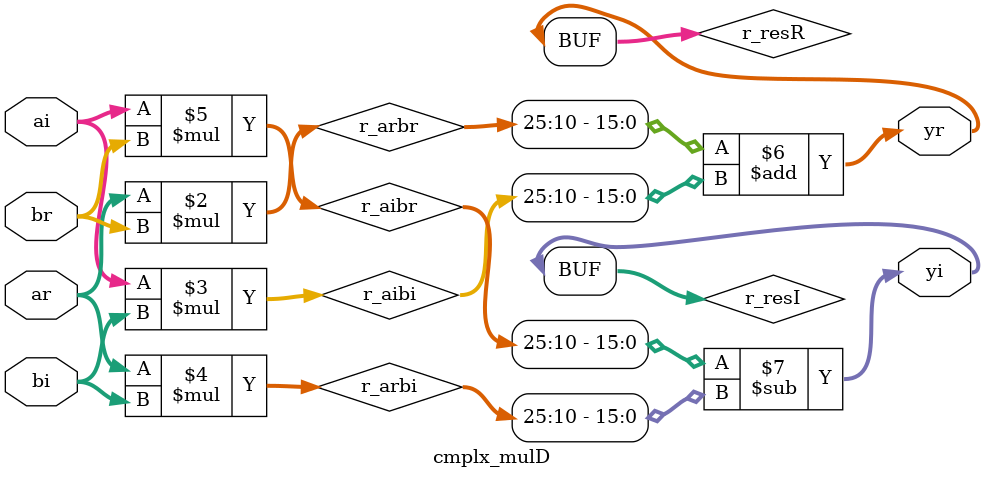
<source format=v>
`timescale 1ns / 1ps

module cmplx_mulD #(parameter DATA_WIDTH = 16)(
    //input clk,
   // input rstn,
	input signed [DATA_WIDTH-1:0] ar,
	input signed [DATA_WIDTH-1:0] ai,
	input signed [DATA_WIDTH-1:0] br,
	input signed [DATA_WIDTH-1:0] bi,
	output [DATA_WIDTH-1:0] yr,
	output [DATA_WIDTH-1:0] yi
    );

    /*
        This used for dividng Rx over locally generated pilot
        let Rx = ar+j*ai,     Locally generated = br+j*bi
        divison is implemented as multiplying by conjugate so 
        output = (ar+ai)(br-bi)
        real        = ar.br + ai.bi  
        imaginary   = aibr - arbi   
    */
    
    /*  Regitsers */
    reg signed [2*DATA_WIDTH-1:0] r_arbr;
    reg signed [2*DATA_WIDTH-1:0] r_aibi;
    reg signed [2*DATA_WIDTH-1:0] r_arbi;
    reg signed [2*DATA_WIDTH-1:0] r_aibr;  
    reg signed [DATA_WIDTH-1:0] r_resR;
    reg signed [DATA_WIDTH-1:0] r_resI;     
    
    /* Assignments  */
    assign yr = r_resR;
    assign yi = r_resI;

    always @(*)
    begin
            // multiplication
            r_arbr = ar*br;
            r_aibi = ai*bi;
            r_arbi = ar*bi;
            r_aibr = ai*br;
            
            // Result
            // range is from 26:11 instead of 25:10 to get the bits shifted right by 1
            // this shift implement the divided by 2 needed for taking the average
            r_resR = r_arbr[25:10] + r_aibi[25:10];     
            r_resI = r_aibr[25:10] - r_arbi[25:10]; 
    end
        
endmodule
    
</source>
